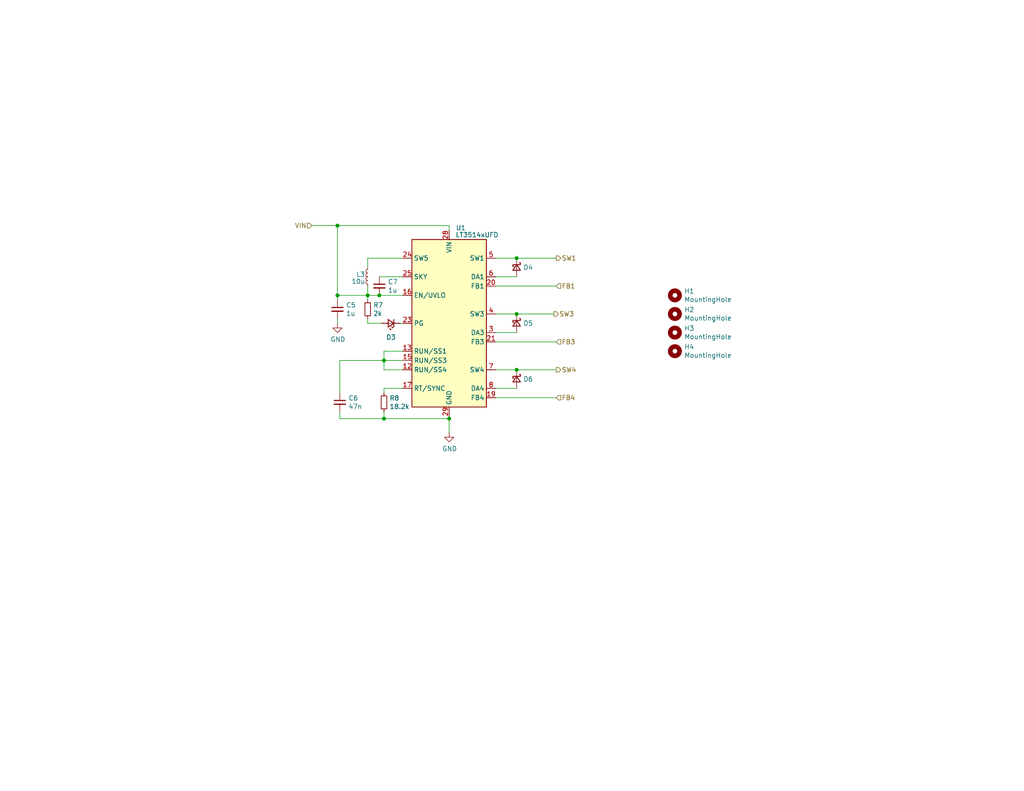
<source format=kicad_sch>
(kicad_sch (version 20211123) (generator eeschema)
  (paper "USLetter")
  (title_block (date "2021-05-26"))
  (lib_symbols
    (symbol "Device:C_Small" (pin_numbers hide) (pin_names (offset 0.254) hide)
      (property "Reference" "C" (at 0.254 1.778 0))
      (property "Value" "C_Small" (at 0.254 -2.032 0))
      (symbol "C_Small_0_1"
        (polyline (pts (xy -1.524 -0.508) (xy 1.524 -0.508)) (stroke (width 0.3302)))
        (polyline (pts (xy -1.524 0.508) (xy 1.524 0.508)) (stroke (width 0.3048)))
      )
      (symbol "C_Small_1_1"
        (pin passive line (at 0 2.54 270) (length 2.032) (name "~") (number "1"))
        (pin passive line (at 0 -2.54 90) (length 2.032) (name "~") (number "2"))
      )
    )
    (symbol "Device:D_Schottky_Small" (pin_numbers hide) (pin_names (offset 0.254) hide)
      (property "Reference" "D" (at -1.27 2.032 0))
      (property "Value" "D_Schottky_Small" (at -7.112 -2.032 0))
      (symbol "D_Schottky_Small_0_1"
        (polyline (pts (xy -0.762 0) (xy 0.762 0)))
        (polyline (pts (xy 0.762 -1.016) (xy -0.762 0) (xy 0.762 1.016) (xy 0.762 -1.016)) (stroke (width 0.254)))
        (polyline (pts (xy -1.27 0.762) (xy -1.27 1.016) (xy -0.762 1.016) (xy -0.762 -1.016) (xy -0.254 -1.016) (xy -0.254 -0.762)) (stroke (width 0.254)))
      )
      (symbol "D_Schottky_Small_1_1"
        (pin passive line (at -2.54 0 0) (length 1.778) (name "K") (number "1"))
        (pin passive line (at 2.54 0 180) (length 1.778) (name "A") (number "2"))
      )
    )
    (symbol "Device:LED_Small" (pin_numbers hide) (pin_names (offset 0.254) hide)
      (property "Reference" "D" (at -1.27 3.175 0))
      (property "Value" "LED_Small" (at -4.445 -2.54 0))
      (symbol "LED_Small_0_1"
        (polyline (pts (xy -0.762 -1.016) (xy -0.762 1.016)) (stroke (width 0.254)))
        (polyline (pts (xy 1.016 0) (xy -0.762 0)))
        (polyline (pts (xy 0.762 -1.016) (xy -0.762 0) (xy 0.762 1.016) (xy 0.762 -1.016)) (stroke (width 0.254)))
        (polyline (pts (xy 0 0.762) (xy -0.508 1.27) (xy -0.254 1.27) (xy -0.508 1.27) (xy -0.508 1.016)))
        (polyline (pts (xy 0.508 1.27) (xy 0 1.778) (xy 0.254 1.778) (xy 0 1.778) (xy 0 1.524)))
      )
      (symbol "LED_Small_1_1"
        (pin passive line (at -2.54 0 0) (length 1.778) (name "K") (number "1"))
        (pin passive line (at 2.54 0 180) (length 1.778) (name "A") (number "2"))
      )
    )
    (symbol "Device:L_Small" (pin_numbers hide) (pin_names (offset 0.254) hide)
      (property "Reference" "L" (at 0.762 1.016 0))
      (property "Value" "L_Small" (at 0.762 -1.016 0))
      (symbol "L_Small_0_1"
        (arc (start 0 -2.032) (mid 0.508 -1.524) (end 0 -1.016))
        (arc (start 0 -1.016) (mid 0.508 -0.508) (end 0 0))
        (arc (start 0 0) (mid 0.508 0.508) (end 0 1.016))
        (arc (start 0 1.016) (mid 0.508 1.524) (end 0 2.032))
      )
      (symbol "L_Small_1_1"
        (pin passive line (at 0 2.54 270) (length 0.508) (name "~") (number "1"))
        (pin passive line (at 0 -2.54 90) (length 0.508) (name "~") (number "2"))
      )
    )
    (symbol "Device:R_Small" (pin_numbers hide) (pin_names (offset 0.254) hide)
      (property "Reference" "R" (at 0.762 0.508 0))
      (property "Value" "R_Small" (at 0.762 -1.016 0))
      (symbol "R_Small_0_1"
        (rectangle (start -0.762 1.778) (end 0.762 -1.778) (stroke (width 0.2032)))
      )
      (symbol "R_Small_1_1"
        (pin passive line (at 0 2.54 270) (length 0.762) (name "~") (number "1"))
        (pin passive line (at 0 -2.54 90) (length 0.762) (name "~") (number "2"))
      )
    )
    (symbol "Mechanical:MountingHole" (pin_names (offset 1.016))
      (property "Reference" "H" (at 0 5.08 0))
      (property "Value" "MountingHole" (at 0 3.175 0))
      (symbol "MountingHole_0_1"
        (circle (center 0 0) (radius 1.27) (stroke (width 1.27)))
      )
    )
    (symbol "Regulator_Switching:LT3514xUFD"
      (property "Reference" "U" (at -7.62 24.13 0))
      (property "Value" "LT3514xUFD" (at 7.62 24.13 0))
      (symbol "LT3514xUFD_0_1"
        (rectangle (start -10.16 22.86) (end 10.16 -22.86) (stroke (width 0.254)) (fill (type background)))
      )
      (symbol "LT3514xUFD_1_1"
        (pin no_connect line (at -10.16 5.08 0) (length 2.54) hide (name "NC") (number "1"))
        (pin passive line (at 0 -25.4 90) (length 2.54) hide (name "GND") (number "10"))
        (pin passive line (at 0 25.4 270) (length 2.54) hide (name "VIN") (number "11"))
        (pin input line (at -12.7 -12.7 0) (length 2.54) (name "RUN/SS4") (number "12"))
        (pin input line (at -12.7 -7.62 0) (length 2.54) (name "RUN/SS1") (number "13"))
        (pin no_connect line (at -10.16 -2.54 0) (length 2.54) hide (name "NC") (number "14"))
        (pin input line (at -12.7 -10.16 0) (length 2.54) (name "RUN/SS3") (number "15"))
        (pin input line (at -12.7 7.62 0) (length 2.54) (name "EN/UVLO") (number "16"))
        (pin passive line (at -12.7 -17.78 0) (length 2.54) (name "RT/SYNC") (number "17"))
        (pin passive line (at 0 -25.4 90) (length 2.54) hide (name "GND") (number "18"))
        (pin input line (at 12.7 -20.32 180) (length 2.54) (name "FB4") (number "19"))
        (pin no_connect line (at -10.16 2.54 0) (length 2.54) hide (name "NC") (number "2"))
        (pin input line (at 12.7 10.16 180) (length 2.54) (name "FB1") (number "20"))
        (pin input line (at 12.7 -5.08 180) (length 2.54) (name "FB3") (number "21"))
        (pin no_connect line (at -10.16 -5.08 0) (length 2.54) hide (name "NC") (number "22"))
        (pin open_collector line (at -12.7 0 0) (length 2.54) (name "PG") (number "23"))
        (pin open_collector line (at -12.7 17.78 0) (length 2.54) (name "SW5") (number "24"))
        (pin passive line (at -12.7 12.7 0) (length 2.54) (name "SKY") (number "25"))
        (pin passive line (at 0 25.4 270) (length 2.54) hide (name "VIN") (number "26"))
        (pin passive line (at 0 -25.4 90) (length 2.54) hide (name "GND") (number "27"))
        (pin power_in line (at 0 25.4 270) (length 2.54) (name "VIN") (number "28"))
        (pin power_in line (at 0 -25.4 90) (length 2.54) (name "GND") (number "29"))
        (pin input line (at 12.7 -2.54 180) (length 2.54) (name "DA3") (number "3"))
        (pin power_out line (at 12.7 2.54 180) (length 2.54) (name "SW3") (number "4"))
        (pin power_out line (at 12.7 17.78 180) (length 2.54) (name "SW1") (number "5"))
        (pin input line (at 12.7 12.7 180) (length 2.54) (name "DA1") (number "6"))
        (pin power_out line (at 12.7 -12.7 180) (length 2.54) (name "SW4") (number "7"))
        (pin input line (at 12.7 -17.78 180) (length 2.54) (name "DA4") (number "8"))
        (pin passive line (at 0 25.4 270) (length 2.54) hide (name "VIN") (number "9"))
      )
    )
    (symbol "power:GND" (power) (pin_names (offset 0))
      (property "Value" "GND" (at 0 -3.81 0))
      (symbol "GND_0_1"
        (polyline (pts (xy 0 0) (xy 0 -1.27) (xy 1.27 -1.27) (xy 0 -2.54) (xy -1.27 -1.27) (xy 0 -1.27)))
      )
      (symbol "GND_1_1"
        (pin power_in line (at 0 0 270) (length 0) hide (name "GND") (number "1"))
      )
    )
  )
  (junction (at 104.775 98.425))
  (junction (at 140.97 70.485))
  (junction (at 92.075 61.595))
  (junction (at 103.505 80.645))
  (junction (at 104.775 114.3))
  (junction (at 100.33 80.645))
  (junction (at 140.97 100.965))
  (junction (at 92.075 80.645))
  (junction (at 140.97 85.725))
  (junction (at 122.555 114.3))
  (wire (pts (xy 100.33 86.995) (xy 100.33 88.265)))
  (wire (pts (xy 109.855 95.885) (xy 104.775 95.885)))
  (wire (pts (xy 140.97 70.485) (xy 151.765 70.485)))
  (wire (pts (xy 104.775 114.3) (xy 122.555 114.3)))
  (wire (pts (xy 100.33 73.025) (xy 100.33 70.485)))
  (wire (pts (xy 104.775 95.885) (xy 104.775 98.425)))
  (wire (pts (xy 100.33 88.265) (xy 104.14 88.265)))
  (wire (pts (xy 135.255 100.965) (xy 140.97 100.965)))
  (wire (pts (xy 122.555 113.665) (xy 122.555 114.3)))
  (wire (pts (xy 135.255 90.805) (xy 140.97 90.805)))
  (wire (pts (xy 122.555 61.595) (xy 122.555 62.865)))
  (wire (pts (xy 135.255 85.725) (xy 140.97 85.725)))
  (wire (pts (xy 135.255 108.585) (xy 151.765 108.585)))
  (wire (pts (xy 109.855 98.425) (xy 104.775 98.425)))
  (wire (pts (xy 140.97 85.725) (xy 151.13 85.725)))
  (wire (pts (xy 92.075 80.645) (xy 100.33 80.645)))
  (wire (pts (xy 135.255 106.045) (xy 140.97 106.045)))
  (wire (pts (xy 122.555 114.3) (xy 122.555 118.11)))
  (wire (pts (xy 85.09 61.595) (xy 92.075 61.595)))
  (wire (pts (xy 104.775 98.425) (xy 104.775 100.965)))
  (wire (pts (xy 135.255 75.565) (xy 140.97 75.565)))
  (wire (pts (xy 92.71 98.425) (xy 104.775 98.425)))
  (wire (pts (xy 135.255 78.105) (xy 151.765 78.105)))
  (wire (pts (xy 151.765 93.345) (xy 135.255 93.345)))
  (wire (pts (xy 104.775 106.045) (xy 109.855 106.045)))
  (wire (pts (xy 104.775 112.395) (xy 104.775 114.3)))
  (wire (pts (xy 109.22 88.265) (xy 109.855 88.265)))
  (wire (pts (xy 92.71 98.425) (xy 92.71 107.315)))
  (wire (pts (xy 103.505 80.645) (xy 109.855 80.645)))
  (wire (pts (xy 92.71 114.3) (xy 104.775 114.3)))
  (wire (pts (xy 92.075 61.595) (xy 122.555 61.595)))
  (wire (pts (xy 104.775 107.315) (xy 104.775 106.045)))
  (wire (pts (xy 140.97 100.965) (xy 151.765 100.965)))
  (wire (pts (xy 92.075 88.265) (xy 92.075 86.995)))
  (wire (pts (xy 92.075 81.915) (xy 92.075 80.645)))
  (wire (pts (xy 109.855 100.965) (xy 104.775 100.965)))
  (wire (pts (xy 100.33 70.485) (xy 109.855 70.485)))
  (wire (pts (xy 92.71 112.395) (xy 92.71 114.3)))
  (wire (pts (xy 100.33 81.915) (xy 100.33 80.645)))
  (wire (pts (xy 100.33 78.105) (xy 100.33 80.645)))
  (wire (pts (xy 100.33 80.645) (xy 103.505 80.645)))
  (wire (pts (xy 92.075 80.645) (xy 92.075 61.595)))
  (wire (pts (xy 135.255 70.485) (xy 140.97 70.485)))
  (wire (pts (xy 103.505 75.565) (xy 109.855 75.565)))
  (hierarchical_label "VIN" (shape input) (at 85.09 61.595 180))
  (hierarchical_label "FB1" (shape input) (at 151.765 78.105 0))
  (hierarchical_label "SW3" (shape output) (at 151.13 85.725 0))
  (hierarchical_label "FB3" (shape input) (at 151.765 93.345 0))
  (hierarchical_label "FB4" (shape input) (at 151.765 108.585 0))
  (hierarchical_label "SW4" (shape output) (at 151.765 100.965 0))
  (hierarchical_label "SW1" (shape output) (at 151.765 70.485 0))
  (symbol (lib_id "Mechanical:MountingHole") (at 184.15 80.645 0) (unit 1)
    (property "Reference" "H1" (at 186.69 79.4766 0) (effects (justify left)))
    (property "Value" "MountingHole" (at 186.69 81.788 0) (effects (justify left)))
    (property "Footprint" "MountingHole:MountingHole_3.2mm_M3_Pad_Via" (effects hide))
  )
  (symbol (lib_id "Mechanical:MountingHole") (at 184.15 85.725 0) (unit 1)
    (property "Reference" "H2" (at 186.69 84.5566 0) (effects (justify left)))
    (property "Value" "MountingHole" (at 186.69 86.868 0) (effects (justify left)))
    (property "Footprint" "MountingHole:MountingHole_3.2mm_M3_Pad_Via" (effects hide))
  )
  (symbol (lib_id "Mechanical:MountingHole") (at 184.15 90.805 0) (unit 1)
    (property "Reference" "H3" (at 186.69 89.6366 0) (effects (justify left)))
    (property "Value" "MountingHole" (at 186.69 91.948 0) (effects (justify left)))
    (property "Footprint" "MountingHole:MountingHole_3.2mm_M3_Pad_Via" (effects hide))
  )
  (symbol (lib_id "Mechanical:MountingHole") (at 184.15 95.885 0) (unit 1)
    (property "Reference" "H4" (at 186.69 94.7166 0) (effects (justify left)))
    (property "Value" "MountingHole" (at 186.69 97.028 0) (effects (justify left)))
    (property "Footprint" "MountingHole:MountingHole_3.2mm_M3_Pad_Via" (effects hide))
  )
  (symbol (lib_id "Regulator_Switching:LT3514xUFD") (at 122.555 88.265 0) (unit 1)
    (property "Reference" "U1" (at 125.73 62.23 0))
    (property "Value" "LT3514xUFD" (at 130.175 64.135 0))
    (property "Footprint" "Package_DFN_QFN:QFN-28-1EP_4x5mm_P0.5mm_EP2.65x3.65mm_ThermalVias" (effects hide))
    (property "Datasheet" "https://www.analog.com/media/en/technical-documentation/data-sheets/3514fa.pdf" (effects hide))
  )
  (symbol (lib_id "Device:C_Small") (at 92.71 109.855 0) (unit 1)
    (property "Reference" "C6" (at 95.0468 108.6866 0) (effects (justify left)))
    (property "Value" "47n" (at 95.0468 110.998 0) (effects (justify left)))
    (property "Footprint" "Capacitor_SMD:C_0805_2012Metric" (effects hide))
  )
  (symbol (lib_id "Device:R_Small") (at 104.775 109.855 180) (unit 1)
    (property "Reference" "R8" (at 106.2736 108.6866 0) (effects (justify right)))
    (property "Value" "18.2k" (at 106.2736 110.998 0) (effects (justify right)))
    (property "Footprint" "Resistor_SMD:R_0805_2012Metric" (effects hide))
  )
  (symbol (lib_id "power:GND") (at 122.555 118.11 0) (unit 1)
    (property "Reference" "#PWR0115" (effects hide))
    (property "Value" "GND" (at 122.682 122.5042 0))
  )
  (symbol (lib_id "Device:C_Small") (at 103.505 78.105 0) (unit 1)
    (property "Reference" "C7" (at 105.8418 76.9366 0) (effects (justify left)))
    (property "Value" "1u" (at 105.8418 79.248 0) (effects (justify left)))
    (property "Footprint" "Capacitor_SMD:C_0805_2012Metric" (effects hide))
  )
  (symbol (lib_id "Device:C_Small") (at 92.075 84.455 0) (unit 1)
    (property "Reference" "C5" (at 94.4118 83.2866 0) (effects (justify left)))
    (property "Value" "1u" (at 94.4118 85.598 0) (effects (justify left)))
    (property "Footprint" "Capacitor_SMD:C_0805_2012Metric" (effects hide))
  )
  (symbol (lib_id "power:GND") (at 92.075 88.265 0) (unit 1)
    (property "Reference" "#PWR0116" (effects hide))
    (property "Value" "GND" (at 92.202 92.6592 0))
  )
  (symbol (lib_id "Device:L_Small") (at 100.33 75.565 180) (unit 1)
    (property "Reference" "L3" (at 97.155 74.93 0) (effects (justify right)))
    (property "Value" "10u" (at 95.885 76.835 0) (effects (justify right)))
    (property "Footprint" "LT3514:EPL3015" (effects hide))
  )
  (symbol (lib_id "Device:D_Schottky_Small") (at 140.97 73.025 270) (unit 1)
    (property "Reference" "D4" (at 142.748 73.025 90) (effects (justify left)))
    (property "Value" "D_Schottky_Small" (effects hide))
    (property "Footprint" "LT3514:B290" (effects hide))
  )
  (symbol (lib_id "Device:D_Schottky_Small") (at 140.97 88.265 270) (unit 1)
    (property "Reference" "D5" (at 142.748 88.265 90) (effects (justify left)))
    (property "Value" "D_Schottky_Small" (effects hide))
    (property "Footprint" "LT3514:B290" (effects hide))
  )
  (symbol (lib_id "Device:D_Schottky_Small") (at 140.97 103.505 270) (unit 1)
    (property "Reference" "D6" (at 142.748 103.505 90) (effects (justify left)))
    (property "Value" "D_Schottky_Small" (effects hide))
    (property "Footprint" "LT3514:B290" (effects hide))
  )
  (symbol (lib_id "Device:LED_Small") (at 106.68 88.265 180) (unit 1)
    (property "Reference" "D3" (at 106.68 92.075 0))
    (property "Value" "LED_Small" (effects hide))
    (property "Footprint" "LED_SMD:LED_0805_2012Metric" (effects hide))
  )
  (symbol (lib_id "Device:R_Small") (at 100.33 84.455 0) (unit 1)
    (property "Reference" "R7" (at 101.8286 83.2866 0) (effects (justify left)))
    (property "Value" "2k" (at 101.8286 85.598 0) (effects (justify left)))
    (property "Footprint" "Resistor_SMD:R_0805_2012Metric" (effects hide))
  )
)
</source>
